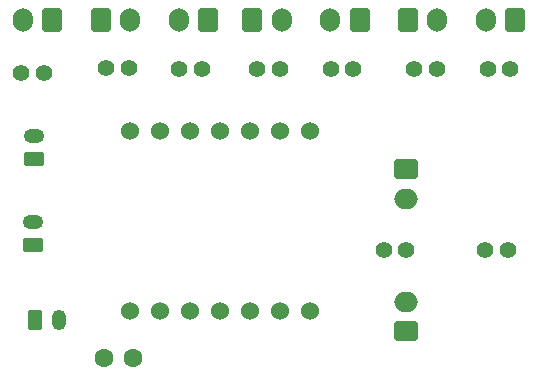
<source format=gbr>
%TF.GenerationSoftware,KiCad,Pcbnew,9.0.2*%
%TF.CreationDate,2025-08-28T12:16:00+10:00*%
%TF.ProjectId,fsr_left,6673725f-6c65-4667-942e-6b696361645f,rev?*%
%TF.SameCoordinates,Original*%
%TF.FileFunction,Soldermask,Bot*%
%TF.FilePolarity,Negative*%
%FSLAX46Y46*%
G04 Gerber Fmt 4.6, Leading zero omitted, Abs format (unit mm)*
G04 Created by KiCad (PCBNEW 9.0.2) date 2025-08-28 12:16:00*
%MOMM*%
%LPD*%
G01*
G04 APERTURE LIST*
G04 Aperture macros list*
%AMRoundRect*
0 Rectangle with rounded corners*
0 $1 Rounding radius*
0 $2 $3 $4 $5 $6 $7 $8 $9 X,Y pos of 4 corners*
0 Add a 4 corners polygon primitive as box body*
4,1,4,$2,$3,$4,$5,$6,$7,$8,$9,$2,$3,0*
0 Add four circle primitives for the rounded corners*
1,1,$1+$1,$2,$3*
1,1,$1+$1,$4,$5*
1,1,$1+$1,$6,$7*
1,1,$1+$1,$8,$9*
0 Add four rect primitives between the rounded corners*
20,1,$1+$1,$2,$3,$4,$5,0*
20,1,$1+$1,$4,$5,$6,$7,0*
20,1,$1+$1,$6,$7,$8,$9,0*
20,1,$1+$1,$8,$9,$2,$3,0*%
G04 Aperture macros list end*
%ADD10RoundRect,0.250000X0.600000X0.750000X-0.600000X0.750000X-0.600000X-0.750000X0.600000X-0.750000X0*%
%ADD11O,1.700000X2.000000*%
%ADD12C,1.400000*%
%ADD13C,1.524000*%
%ADD14RoundRect,0.250000X0.625000X-0.350000X0.625000X0.350000X-0.625000X0.350000X-0.625000X-0.350000X0*%
%ADD15O,1.750000X1.200000*%
%ADD16RoundRect,0.250000X-0.350000X-0.625000X0.350000X-0.625000X0.350000X0.625000X-0.350000X0.625000X0*%
%ADD17O,1.200000X1.750000*%
%ADD18RoundRect,0.250000X0.750000X-0.600000X0.750000X0.600000X-0.750000X0.600000X-0.750000X-0.600000X0*%
%ADD19O,2.000000X1.700000*%
%ADD20C,1.600000*%
%ADD21RoundRect,0.250000X-0.600000X-0.750000X0.600000X-0.750000X0.600000X0.750000X-0.600000X0.750000X0*%
%ADD22RoundRect,0.250000X-0.750000X0.600000X-0.750000X-0.600000X0.750000X-0.600000X0.750000X0.600000X0*%
G04 APERTURE END LIST*
D10*
%TO.C,JMid1*%
X170850000Y-73145000D03*
D11*
X168350000Y-73145000D03*
%TD*%
D10*
%TO.C,JRin1*%
X158050000Y-73145000D03*
D11*
X155550000Y-73145000D03*
%TD*%
D12*
%TO.C,RMid2*%
X164105000Y-77300000D03*
X162205000Y-77300000D03*
%TD*%
D13*
%TO.C,U1*%
X151398500Y-97720000D03*
X153938500Y-97720000D03*
X156478500Y-97720000D03*
X159018500Y-97720000D03*
X161558500Y-97720000D03*
X164098500Y-97720000D03*
X166638500Y-97720000D03*
X166638500Y-82480000D03*
X164098500Y-82480000D03*
X161558500Y-82480000D03*
X159018500Y-82480000D03*
X156478500Y-82480000D03*
X153938500Y-82480000D03*
X151398500Y-82480000D03*
%TD*%
D12*
%TO.C,RRin2*%
X151305000Y-77200000D03*
X149405000Y-77200000D03*
%TD*%
D14*
%TO.C,SW2*%
X143200000Y-92200000D03*
D15*
X143200000Y-90200000D03*
%TD*%
D12*
%TO.C,RMid1*%
X168395000Y-77300000D03*
X170295000Y-77300000D03*
%TD*%
D16*
%TO.C,bat2*%
X143400000Y-98500000D03*
D17*
X145400000Y-98500000D03*
%TD*%
D18*
%TO.C,JTh1*%
X174745000Y-99470000D03*
D19*
X174745000Y-96970000D03*
%TD*%
D20*
%TO.C,C2*%
X149200000Y-101700000D03*
X151700000Y-101700000D03*
%TD*%
D14*
%TO.C,bat4*%
X143250000Y-84900000D03*
D15*
X143250000Y-82900000D03*
%TD*%
D12*
%TO.C,RRin1*%
X155595000Y-77300000D03*
X157495000Y-77300000D03*
%TD*%
%TO.C,RPin1*%
X142195000Y-77600000D03*
X144095000Y-77600000D03*
%TD*%
D10*
%TO.C,JIn1*%
X184050000Y-73145000D03*
D11*
X181550000Y-73145000D03*
%TD*%
D12*
%TO.C,RTh1*%
X174795000Y-92620000D03*
X172895000Y-92620000D03*
%TD*%
%TO.C,RTh2*%
X183395000Y-92620000D03*
X181495000Y-92620000D03*
%TD*%
%TO.C,RIn2*%
X177400000Y-77300000D03*
X175500000Y-77300000D03*
%TD*%
%TO.C,RIn1*%
X181695000Y-77300000D03*
X183595000Y-77300000D03*
%TD*%
D10*
%TO.C,JPin1*%
X144850000Y-73145000D03*
D11*
X142350000Y-73145000D03*
%TD*%
D21*
%TO.C,JIn2*%
X174950000Y-73145000D03*
D11*
X177450000Y-73145000D03*
%TD*%
D21*
%TO.C,JMid2*%
X161750000Y-73145000D03*
D11*
X164250000Y-73145000D03*
%TD*%
D21*
%TO.C,JRin2*%
X148950000Y-73145000D03*
D11*
X151450000Y-73145000D03*
%TD*%
D22*
%TO.C,JTh2*%
X174745000Y-85770000D03*
D19*
X174745000Y-88270000D03*
%TD*%
M02*

</source>
